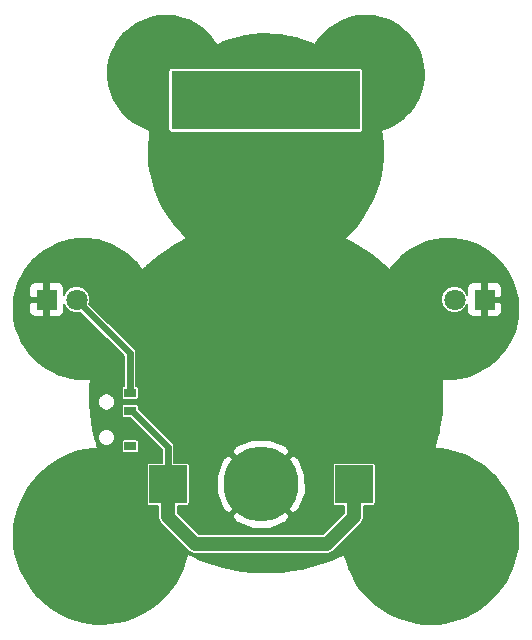
<source format=gbr>
G04 #@! TF.FileFunction,Copper,L2,Bot,Signal*
%FSLAX46Y46*%
G04 Gerber Fmt 4.6, Leading zero omitted, Abs format (unit mm)*
G04 Created by KiCad (PCBNEW 4.0.7) date 05/04/18 14:02:44*
%MOMM*%
%LPD*%
G01*
G04 APERTURE LIST*
%ADD10C,0.076200*%
%ADD11R,1.800000X1.800000*%
%ADD12C,1.800000*%
%ADD13R,16.000000X5.000000*%
%ADD14R,1.000000X0.700000*%
%ADD15R,3.175000X3.175000*%
%ADD16C,6.350000*%
%ADD17C,0.609600*%
%ADD18C,0.250000*%
%ADD19C,1.219200*%
%ADD20C,0.152400*%
G04 APERTURE END LIST*
D10*
D11*
X154432003Y-78740000D03*
D12*
X151892003Y-78740000D03*
D11*
X117348000Y-78740000D03*
D12*
X119888000Y-78740000D03*
D13*
X135890000Y-61849000D03*
D14*
X124428000Y-91150000D03*
X124428000Y-88150000D03*
X124428000Y-86650000D03*
D15*
X143383000Y-94361000D03*
X127635000Y-94361000D03*
D16*
X135509000Y-94361000D03*
D17*
X124428000Y-86650000D02*
X124428000Y-83280000D01*
X124428000Y-83280000D02*
X119888000Y-78740000D01*
D18*
X134105000Y-94361000D02*
X135509000Y-94361000D01*
D17*
X127635000Y-94361000D02*
X127635000Y-91207000D01*
X127635000Y-91207000D02*
X124578000Y-88150000D01*
X124578000Y-88150000D02*
X124428000Y-88150000D01*
D19*
X141109700Y-99441000D02*
X129908300Y-99441000D01*
X129908300Y-99441000D02*
X127635000Y-97167700D01*
X127635000Y-97167700D02*
X127635000Y-94361000D01*
X143383000Y-94361000D02*
X143383000Y-97167700D01*
X143383000Y-97167700D02*
X141109700Y-99441000D01*
D20*
G36*
X128010403Y-54732307D02*
X128480411Y-54809291D01*
X128939352Y-54930700D01*
X129383754Y-55094942D01*
X129810101Y-55300393D01*
X130214923Y-55545441D01*
X130594743Y-55828470D01*
X130946104Y-56147845D01*
X131265521Y-56501934D01*
X131550863Y-56890868D01*
X131605601Y-56973433D01*
X131605967Y-56973980D01*
X131659586Y-57053359D01*
X131660233Y-57054301D01*
X131697823Y-57108189D01*
X131700559Y-57111871D01*
X131716268Y-57131728D01*
X131739370Y-57151253D01*
X131768248Y-57160253D01*
X131794645Y-57158342D01*
X131795677Y-57158082D01*
X131805132Y-57155032D01*
X131836301Y-57142681D01*
X131837556Y-57142171D01*
X131904963Y-57114064D01*
X131905358Y-57113898D01*
X132000050Y-57073787D01*
X132000297Y-57073682D01*
X132112908Y-57025513D01*
X132318967Y-56940321D01*
X132907891Y-56730220D01*
X133523377Y-56556940D01*
X134158990Y-56421867D01*
X134807423Y-56326658D01*
X135461689Y-56272927D01*
X135885396Y-56262163D01*
X136541560Y-56283870D01*
X137202062Y-56350407D01*
X137859719Y-56460452D01*
X138506833Y-56612640D01*
X139135746Y-56805569D01*
X139740290Y-57038376D01*
X139842616Y-57081864D01*
X139843002Y-57082027D01*
X139933234Y-57119792D01*
X139933883Y-57120060D01*
X139996558Y-57145615D01*
X139999046Y-57146579D01*
X140024619Y-57155976D01*
X140054516Y-57160566D01*
X140083844Y-57153163D01*
X140100520Y-57142283D01*
X140104689Y-57138706D01*
X140115432Y-57127382D01*
X140142062Y-57092819D01*
X140144056Y-57090109D01*
X140188602Y-57026686D01*
X140189468Y-57025426D01*
X140244381Y-56943810D01*
X140446174Y-56662723D01*
X140676562Y-56383742D01*
X140924965Y-56118221D01*
X141180059Y-55878213D01*
X141431620Y-55674665D01*
X141483256Y-55637116D01*
X141901516Y-55366872D01*
X142335367Y-55143153D01*
X142783067Y-54965023D01*
X143241443Y-54832464D01*
X143707397Y-54745451D01*
X144177761Y-54703971D01*
X144649402Y-54708011D01*
X145119149Y-54757568D01*
X145583889Y-54852640D01*
X146040461Y-54993226D01*
X146485720Y-55179329D01*
X146916556Y-55410980D01*
X147330942Y-55688954D01*
X147359363Y-55710668D01*
X147483515Y-55814180D01*
X147627562Y-55944735D01*
X147781753Y-56092680D01*
X147935855Y-56247838D01*
X148079814Y-56400145D01*
X148203433Y-56539322D01*
X148297080Y-56655571D01*
X148367633Y-56752851D01*
X148633824Y-57170983D01*
X148854506Y-57605894D01*
X149030135Y-58055472D01*
X149160425Y-58516455D01*
X149245075Y-58985583D01*
X149283794Y-59459561D01*
X149276275Y-59935098D01*
X149222210Y-60408951D01*
X149121299Y-60877823D01*
X148973226Y-61338472D01*
X148777038Y-61789080D01*
X148726613Y-61888537D01*
X148543754Y-62213244D01*
X148343156Y-62513074D01*
X148109733Y-62811017D01*
X148096858Y-62826295D01*
X147812230Y-63129498D01*
X147490489Y-63414613D01*
X147139906Y-63676201D01*
X146770119Y-63907571D01*
X146390954Y-64102065D01*
X146009960Y-64254126D01*
X145943578Y-64277096D01*
X145942472Y-64277489D01*
X145848580Y-64311607D01*
X145846692Y-64312321D01*
X145778214Y-64339278D01*
X145772724Y-64341693D01*
X145741082Y-64357125D01*
X145717067Y-64375517D01*
X145707074Y-64390084D01*
X145705293Y-64393463D01*
X145696593Y-64425295D01*
X145694570Y-64466936D01*
X145694648Y-64475690D01*
X145699934Y-64555188D01*
X145700217Y-64558413D01*
X145711979Y-64666007D01*
X145712245Y-64668157D01*
X145729646Y-64794076D01*
X145757542Y-64998042D01*
X145801552Y-65453761D01*
X145825078Y-65929484D01*
X145827861Y-66408937D01*
X145809640Y-66875214D01*
X145770155Y-67312349D01*
X145748235Y-67482660D01*
X145626805Y-68187688D01*
X145458798Y-68874254D01*
X145244755Y-69541881D01*
X144985363Y-70189166D01*
X144681319Y-70814654D01*
X144333296Y-71416942D01*
X143941966Y-71994603D01*
X143508012Y-72546185D01*
X143031193Y-73071253D01*
X142634961Y-73477983D01*
X142618574Y-73503408D01*
X142613370Y-73533205D01*
X142620168Y-73562679D01*
X142637898Y-73587186D01*
X142653542Y-73598316D01*
X142960605Y-73762913D01*
X143560420Y-74101862D01*
X144235910Y-74527235D01*
X144883064Y-74982579D01*
X145495263Y-75463172D01*
X146066717Y-75965018D01*
X146337716Y-76217286D01*
X146363506Y-76233091D01*
X146393414Y-76237617D01*
X146422726Y-76230152D01*
X146451064Y-76206600D01*
X146602444Y-76000362D01*
X146727626Y-75836106D01*
X147078491Y-75432159D01*
X147463608Y-75062632D01*
X147880156Y-74729162D01*
X148324574Y-74434216D01*
X148793289Y-74180249D01*
X149282738Y-73969695D01*
X149790814Y-73804501D01*
X149985271Y-73752615D01*
X150178745Y-73705699D01*
X150353943Y-73670092D01*
X150522729Y-73644185D01*
X150697051Y-73626448D01*
X150888834Y-73615472D01*
X151109574Y-73609939D01*
X151370715Y-73608511D01*
X151439741Y-73608618D01*
X151675622Y-73610506D01*
X151873256Y-73615666D01*
X152043566Y-73625295D01*
X152197457Y-73640567D01*
X152346225Y-73662741D01*
X152501318Y-73693204D01*
X152673921Y-73733405D01*
X152873241Y-73784291D01*
X153356432Y-73932866D01*
X153853221Y-74135531D01*
X154327106Y-74382753D01*
X154778040Y-74674478D01*
X155205801Y-75010622D01*
X155610343Y-75391310D01*
X155905939Y-75717233D01*
X156235489Y-76146743D01*
X156521784Y-76601428D01*
X156764709Y-77080867D01*
X156963900Y-77584355D01*
X157119001Y-78111279D01*
X157229680Y-78661414D01*
X157245715Y-78786877D01*
X157262221Y-78993082D01*
X157272464Y-79227867D01*
X157276380Y-79477976D01*
X157273951Y-79729989D01*
X157265189Y-79970811D01*
X157250168Y-80186866D01*
X157229006Y-80365261D01*
X157192099Y-80578920D01*
X157064785Y-81117899D01*
X156891980Y-81635275D01*
X156673056Y-82133082D01*
X156407583Y-82612337D01*
X156094420Y-83074989D01*
X156061282Y-83118521D01*
X155930361Y-83276851D01*
X155772162Y-83452583D01*
X155596152Y-83636200D01*
X155412231Y-83817804D01*
X155230316Y-83987517D01*
X155060424Y-84135453D01*
X154912041Y-84252282D01*
X154803818Y-84329646D01*
X154334075Y-84629302D01*
X153850020Y-84881701D01*
X153352413Y-85086987D01*
X152843038Y-85244627D01*
X152323682Y-85354075D01*
X151796064Y-85414784D01*
X151260183Y-85426200D01*
X150859341Y-85416130D01*
X150829553Y-85421387D01*
X150804158Y-85437819D01*
X150787156Y-85462836D01*
X150781833Y-85501895D01*
X150796352Y-85616353D01*
X150817109Y-85815872D01*
X150835264Y-86080748D01*
X150847684Y-86377605D01*
X150854324Y-86696196D01*
X150855154Y-87026390D01*
X150850156Y-87357745D01*
X150839318Y-87680253D01*
X150822645Y-87983542D01*
X150800115Y-88258036D01*
X150794043Y-88317793D01*
X150745644Y-88725077D01*
X150684481Y-89145401D01*
X150612552Y-89568457D01*
X150531937Y-89983389D01*
X150444715Y-90379456D01*
X150353036Y-90745638D01*
X150258795Y-91071997D01*
X150258537Y-91072819D01*
X150258300Y-91073588D01*
X150233419Y-91155956D01*
X150232875Y-91157847D01*
X150216532Y-91217472D01*
X150214999Y-91224266D01*
X150210715Y-91248342D01*
X150211432Y-91278581D01*
X150223858Y-91306159D01*
X150246034Y-91326730D01*
X150271621Y-91336572D01*
X150278883Y-91337941D01*
X150283073Y-91338611D01*
X150330980Y-91344905D01*
X150331842Y-91345013D01*
X150416897Y-91355203D01*
X150417258Y-91355245D01*
X150530599Y-91368275D01*
X150530842Y-91368303D01*
X150662162Y-91382974D01*
X151256840Y-91472292D01*
X151841901Y-91608360D01*
X152407415Y-91788504D01*
X152951596Y-92010898D01*
X153472559Y-92273686D01*
X153968523Y-92575065D01*
X154437592Y-92913171D01*
X154877946Y-93286190D01*
X155287717Y-93692273D01*
X155665073Y-94129596D01*
X156008147Y-94596314D01*
X156315086Y-95090593D01*
X156584039Y-95610600D01*
X156813168Y-96154529D01*
X157000609Y-96720538D01*
X157144504Y-97306793D01*
X157243080Y-97911930D01*
X157254360Y-98032678D01*
X157264107Y-98206435D01*
X157270714Y-98409717D01*
X157274138Y-98630667D01*
X157274354Y-98857711D01*
X157271362Y-99079342D01*
X157265170Y-99283951D01*
X157255824Y-99459783D01*
X157243396Y-99595549D01*
X157223988Y-99740951D01*
X157111834Y-100354200D01*
X156953946Y-100947513D01*
X156750899Y-101520502D01*
X156503488Y-102071572D01*
X156212457Y-102599234D01*
X155878582Y-103101900D01*
X155502569Y-103578067D01*
X155084481Y-104026898D01*
X154929770Y-104176290D01*
X154516802Y-104538202D01*
X154089966Y-104858491D01*
X153638718Y-105144833D01*
X153152657Y-105404484D01*
X152817088Y-105560043D01*
X152248782Y-105782519D01*
X151676879Y-105955166D01*
X151098940Y-106078792D01*
X150513044Y-106153929D01*
X149933230Y-106180688D01*
X149332063Y-106159948D01*
X148733952Y-106090716D01*
X148142911Y-105973786D01*
X147563009Y-105809975D01*
X146998238Y-105600078D01*
X146452082Y-105344651D01*
X146150467Y-105179011D01*
X145640254Y-104854496D01*
X145160363Y-104491276D01*
X144712397Y-104091349D01*
X144298512Y-103657045D01*
X143920896Y-103190755D01*
X143581710Y-102694819D01*
X143283132Y-102171615D01*
X143026786Y-101622346D01*
X142993549Y-101540881D01*
X142911780Y-101326417D01*
X142832235Y-101099881D01*
X142759701Y-100875780D01*
X142699121Y-100669214D01*
X142655091Y-100494180D01*
X142653758Y-100488155D01*
X142653485Y-100486969D01*
X142637473Y-100419693D01*
X142632934Y-100406293D01*
X142614750Y-100365529D01*
X142597190Y-100340901D01*
X142580323Y-100328970D01*
X142551253Y-100313849D01*
X142522182Y-100305495D01*
X142501265Y-100306707D01*
X142452607Y-100316358D01*
X142436981Y-100321251D01*
X142360024Y-100354800D01*
X142356590Y-100356400D01*
X142242699Y-100412944D01*
X142230173Y-100419146D01*
X142137594Y-100462920D01*
X142015236Y-100518404D01*
X141877343Y-100579212D01*
X141738938Y-100638611D01*
X141472232Y-100748358D01*
X140653914Y-101049531D01*
X139827165Y-101301295D01*
X138992861Y-101503912D01*
X138152707Y-101657340D01*
X137308275Y-101761575D01*
X136461212Y-101816582D01*
X135613185Y-101822345D01*
X134765774Y-101778833D01*
X133920636Y-101686018D01*
X133079413Y-101543872D01*
X132243711Y-101352363D01*
X131415184Y-101111456D01*
X130594628Y-100820822D01*
X130444998Y-100761926D01*
X130198726Y-100660947D01*
X129958910Y-100558012D01*
X129739696Y-100459247D01*
X129554660Y-100370545D01*
X129359295Y-100272864D01*
X129330094Y-100264976D01*
X129300125Y-100269070D01*
X129274109Y-100284502D01*
X129251414Y-100322061D01*
X129223823Y-100429466D01*
X129172701Y-100621155D01*
X128994926Y-101194067D01*
X128788795Y-101728139D01*
X128551557Y-102228899D01*
X128280593Y-102701222D01*
X127973201Y-103150000D01*
X127626637Y-103580039D01*
X127237489Y-103996776D01*
X127129788Y-104102738D01*
X126749553Y-104447612D01*
X126358916Y-104755253D01*
X125943986Y-105036193D01*
X125491891Y-105299989D01*
X124997231Y-105543707D01*
X124453387Y-105759020D01*
X123890973Y-105930997D01*
X123314974Y-106058719D01*
X122730504Y-106141255D01*
X122142609Y-106177712D01*
X121556393Y-106167207D01*
X120976655Y-106108862D01*
X120419009Y-106008029D01*
X119827639Y-105853485D01*
X119256235Y-105653418D01*
X118706263Y-105408616D01*
X118179322Y-105119893D01*
X117677017Y-104788048D01*
X117200966Y-104413879D01*
X116752065Y-103997498D01*
X116558950Y-103797207D01*
X116219887Y-103409194D01*
X115919581Y-103011537D01*
X115649466Y-102592625D01*
X115401422Y-102141160D01*
X115186661Y-101687033D01*
X114987490Y-101181524D01*
X114830144Y-100671599D01*
X114711110Y-100145788D01*
X114626975Y-99592213D01*
X114617780Y-99503128D01*
X114603795Y-99306549D01*
X114594155Y-99082587D01*
X114589000Y-98844346D01*
X114588444Y-98604852D01*
X114592576Y-98377514D01*
X114601454Y-98175505D01*
X114615034Y-98012619D01*
X114702176Y-97426219D01*
X114834952Y-96835574D01*
X115011103Y-96268186D01*
X115231935Y-95720655D01*
X115498791Y-95189647D01*
X115813073Y-94671879D01*
X116176633Y-94163529D01*
X116211684Y-94119314D01*
X116326635Y-93984577D01*
X116468641Y-93828735D01*
X116629322Y-93660235D01*
X116799834Y-93487963D01*
X116971612Y-93320487D01*
X117135898Y-93166537D01*
X117283875Y-93034867D01*
X117407277Y-92933668D01*
X117441872Y-92907224D01*
X117953030Y-92546537D01*
X118472962Y-92235499D01*
X119005375Y-91972226D01*
X119553115Y-91755515D01*
X120118978Y-91584241D01*
X120705875Y-91457298D01*
X121318119Y-91373471D01*
X121413401Y-91363522D01*
X121414222Y-91363432D01*
X121510520Y-91352320D01*
X121511929Y-91352144D01*
X121578824Y-91343159D01*
X121584049Y-91342271D01*
X121610948Y-91336732D01*
X121638774Y-91324873D01*
X121659793Y-91303122D01*
X121671772Y-91261036D01*
X121671686Y-91254864D01*
X121670087Y-91240363D01*
X121660689Y-91195319D01*
X121660026Y-91192425D01*
X121639769Y-91111286D01*
X121639474Y-91110144D01*
X121610602Y-91001667D01*
X121610391Y-91000889D01*
X121575237Y-90874218D01*
X121487564Y-90544292D01*
X121699274Y-90544292D01*
X121809963Y-90812179D01*
X122014742Y-91017317D01*
X122282437Y-91128473D01*
X122572292Y-91128726D01*
X122840179Y-91018037D01*
X123045317Y-90813258D01*
X123050822Y-90800000D01*
X123694922Y-90800000D01*
X123694922Y-91500000D01*
X123710862Y-91584714D01*
X123760928Y-91662518D01*
X123837320Y-91714715D01*
X123928000Y-91733078D01*
X124928000Y-91733078D01*
X125012714Y-91717138D01*
X125090518Y-91667072D01*
X125142715Y-91590680D01*
X125161078Y-91500000D01*
X125161078Y-90800000D01*
X125145138Y-90715286D01*
X125095072Y-90637482D01*
X125018680Y-90585285D01*
X124928000Y-90566922D01*
X123928000Y-90566922D01*
X123843286Y-90582862D01*
X123765482Y-90632928D01*
X123713285Y-90709320D01*
X123694922Y-90800000D01*
X123050822Y-90800000D01*
X123156473Y-90545563D01*
X123156726Y-90255708D01*
X123046037Y-89987821D01*
X122841258Y-89782683D01*
X122573563Y-89671527D01*
X122283708Y-89671274D01*
X122015821Y-89781963D01*
X121810683Y-89986742D01*
X121699527Y-90254437D01*
X121699274Y-90544292D01*
X121487564Y-90544292D01*
X121469519Y-90476390D01*
X121315451Y-89786005D01*
X121192860Y-89080120D01*
X121102854Y-88368395D01*
X121046626Y-87661059D01*
X121043038Y-87544292D01*
X121699274Y-87544292D01*
X121809963Y-87812179D01*
X122014742Y-88017317D01*
X122282437Y-88128473D01*
X122572292Y-88128726D01*
X122840179Y-88018037D01*
X123045317Y-87813258D01*
X123050822Y-87800000D01*
X123694922Y-87800000D01*
X123694922Y-88500000D01*
X123710862Y-88584714D01*
X123760928Y-88662518D01*
X123837320Y-88714715D01*
X123928000Y-88733078D01*
X124406736Y-88733078D01*
X127101600Y-91427942D01*
X127101600Y-92540422D01*
X126047500Y-92540422D01*
X125962786Y-92556362D01*
X125884982Y-92606428D01*
X125832785Y-92682820D01*
X125814422Y-92773500D01*
X125814422Y-95948500D01*
X125830362Y-96033214D01*
X125880428Y-96111018D01*
X125956820Y-96163215D01*
X126047500Y-96181578D01*
X126796800Y-96181578D01*
X126796800Y-97167700D01*
X126860604Y-97488466D01*
X127042303Y-97760397D01*
X129315603Y-100033697D01*
X129587535Y-100215396D01*
X129908300Y-100279200D01*
X141109700Y-100279200D01*
X141430466Y-100215396D01*
X141702397Y-100033697D01*
X143975697Y-97760397D01*
X144157396Y-97488465D01*
X144221200Y-97167700D01*
X144221200Y-96181578D01*
X144970500Y-96181578D01*
X145055214Y-96165638D01*
X145133018Y-96115572D01*
X145185215Y-96039180D01*
X145203578Y-95948500D01*
X145203578Y-92773500D01*
X145187638Y-92688786D01*
X145137572Y-92610982D01*
X145061180Y-92558785D01*
X144970500Y-92540422D01*
X141795500Y-92540422D01*
X141710786Y-92556362D01*
X141632982Y-92606428D01*
X141580785Y-92682820D01*
X141562422Y-92773500D01*
X141562422Y-95948500D01*
X141578362Y-96033214D01*
X141628428Y-96111018D01*
X141704820Y-96163215D01*
X141795500Y-96181578D01*
X142544800Y-96181578D01*
X142544800Y-96820506D01*
X140762506Y-98602800D01*
X130255494Y-98602800D01*
X128743343Y-97090649D01*
X133030798Y-97090649D01*
X133402378Y-97563009D01*
X134788090Y-98125440D01*
X136283556Y-98114769D01*
X137615622Y-97563009D01*
X137987202Y-97090649D01*
X135509000Y-94612447D01*
X133030798Y-97090649D01*
X128743343Y-97090649D01*
X128473200Y-96820506D01*
X128473200Y-96181578D01*
X129222500Y-96181578D01*
X129307214Y-96165638D01*
X129385018Y-96115572D01*
X129437215Y-96039180D01*
X129455578Y-95948500D01*
X129455578Y-93640090D01*
X131744560Y-93640090D01*
X131755231Y-95135556D01*
X132306991Y-96467622D01*
X132779351Y-96839202D01*
X135257553Y-94361000D01*
X135760447Y-94361000D01*
X138238649Y-96839202D01*
X138711009Y-96467622D01*
X139273440Y-95081910D01*
X139262769Y-93586444D01*
X138711009Y-92254378D01*
X138238649Y-91882798D01*
X135760447Y-94361000D01*
X135257553Y-94361000D01*
X132779351Y-91882798D01*
X132306991Y-92254378D01*
X131744560Y-93640090D01*
X129455578Y-93640090D01*
X129455578Y-92773500D01*
X129439638Y-92688786D01*
X129389572Y-92610982D01*
X129313180Y-92558785D01*
X129222500Y-92540422D01*
X128168400Y-92540422D01*
X128168400Y-91631351D01*
X133030798Y-91631351D01*
X135509000Y-94109553D01*
X137987202Y-91631351D01*
X137615622Y-91158991D01*
X136229910Y-90596560D01*
X134734444Y-90607231D01*
X133402378Y-91158991D01*
X133030798Y-91631351D01*
X128168400Y-91631351D01*
X128168400Y-91207000D01*
X128127797Y-91002877D01*
X128012171Y-90829829D01*
X125161078Y-87978736D01*
X125161078Y-87800000D01*
X125145138Y-87715286D01*
X125095072Y-87637482D01*
X125018680Y-87585285D01*
X124928000Y-87566922D01*
X123928000Y-87566922D01*
X123843286Y-87582862D01*
X123765482Y-87632928D01*
X123713285Y-87709320D01*
X123694922Y-87800000D01*
X123050822Y-87800000D01*
X123156473Y-87545563D01*
X123156726Y-87255708D01*
X123046037Y-86987821D01*
X122841258Y-86782683D01*
X122573563Y-86671527D01*
X122283708Y-86671274D01*
X122015821Y-86781963D01*
X121810683Y-86986742D01*
X121699527Y-87254437D01*
X121699274Y-87544292D01*
X121043038Y-87544292D01*
X121025333Y-86968218D01*
X121040129Y-86298980D01*
X121044980Y-86205648D01*
X121054428Y-86034856D01*
X121063663Y-85880491D01*
X121072144Y-85750900D01*
X121079285Y-85655290D01*
X121084441Y-85602815D01*
X121098585Y-85500613D01*
X121096702Y-85470424D01*
X121083222Y-85443345D01*
X121060269Y-85423645D01*
X121020909Y-85413999D01*
X120615473Y-85425683D01*
X120522701Y-85427623D01*
X119981705Y-85409985D01*
X119450656Y-85343873D01*
X118930864Y-85230395D01*
X118425173Y-85070721D01*
X117936424Y-84866017D01*
X117467414Y-84617426D01*
X117020992Y-84326114D01*
X116599959Y-83993208D01*
X116206851Y-83619575D01*
X115917775Y-83297559D01*
X115586798Y-82864174D01*
X115300746Y-82408299D01*
X115059228Y-81929408D01*
X114862119Y-81427243D01*
X114709326Y-80901489D01*
X114600620Y-80350835D01*
X114593349Y-80299397D01*
X114572974Y-80095693D01*
X114559589Y-79860096D01*
X114553255Y-79605973D01*
X114554034Y-79347367D01*
X114561930Y-79098370D01*
X114564224Y-79063850D01*
X115863800Y-79063850D01*
X115863800Y-79756204D01*
X115952739Y-79970922D01*
X116117077Y-80135261D01*
X116331795Y-80224200D01*
X117024150Y-80224200D01*
X117170200Y-80078150D01*
X117170200Y-78917800D01*
X116009850Y-78917800D01*
X115863800Y-79063850D01*
X114564224Y-79063850D01*
X114576897Y-78873185D01*
X114598764Y-78686019D01*
X114689210Y-78210878D01*
X114822837Y-77723796D01*
X115863800Y-77723796D01*
X115863800Y-78416150D01*
X116009850Y-78562200D01*
X117170200Y-78562200D01*
X117170200Y-77401850D01*
X117525800Y-77401850D01*
X117525800Y-78562200D01*
X117545800Y-78562200D01*
X117545800Y-78917800D01*
X117525800Y-78917800D01*
X117525800Y-80078150D01*
X117671850Y-80224200D01*
X118364205Y-80224200D01*
X118578923Y-80135261D01*
X118743261Y-79970922D01*
X118832200Y-79756204D01*
X118832200Y-79140172D01*
X118930661Y-79378466D01*
X119247865Y-79696223D01*
X119662523Y-79868404D01*
X120111508Y-79868796D01*
X120218320Y-79824662D01*
X123894600Y-83500941D01*
X123894600Y-86073207D01*
X123843286Y-86082862D01*
X123765482Y-86132928D01*
X123713285Y-86209320D01*
X123694922Y-86300000D01*
X123694922Y-87000000D01*
X123710862Y-87084714D01*
X123760928Y-87162518D01*
X123837320Y-87214715D01*
X123928000Y-87233078D01*
X124928000Y-87233078D01*
X125012714Y-87217138D01*
X125090518Y-87167072D01*
X125142715Y-87090680D01*
X125161078Y-87000000D01*
X125161078Y-86300000D01*
X125145138Y-86215286D01*
X125095072Y-86137482D01*
X125018680Y-86085285D01*
X124961400Y-86073686D01*
X124961400Y-83280005D01*
X124961401Y-83280000D01*
X124920797Y-83075877D01*
X124901706Y-83047305D01*
X124805171Y-82902829D01*
X124805168Y-82902827D01*
X120972808Y-79070467D01*
X121016404Y-78965477D01*
X121016405Y-78963508D01*
X150763207Y-78963508D01*
X150934664Y-79378466D01*
X151251868Y-79696223D01*
X151666526Y-79868404D01*
X152115511Y-79868796D01*
X152530469Y-79697339D01*
X152848226Y-79380135D01*
X152947803Y-79140327D01*
X152947803Y-79756204D01*
X153036742Y-79970922D01*
X153201080Y-80135261D01*
X153415798Y-80224200D01*
X154108153Y-80224200D01*
X154254203Y-80078150D01*
X154254203Y-78917800D01*
X154609803Y-78917800D01*
X154609803Y-80078150D01*
X154755853Y-80224200D01*
X155448208Y-80224200D01*
X155662926Y-80135261D01*
X155827264Y-79970922D01*
X155916203Y-79756204D01*
X155916203Y-79063850D01*
X155770153Y-78917800D01*
X154609803Y-78917800D01*
X154254203Y-78917800D01*
X154234203Y-78917800D01*
X154234203Y-78562200D01*
X154254203Y-78562200D01*
X154254203Y-77401850D01*
X154609803Y-77401850D01*
X154609803Y-78562200D01*
X155770153Y-78562200D01*
X155916203Y-78416150D01*
X155916203Y-77723796D01*
X155827264Y-77509078D01*
X155662926Y-77344739D01*
X155448208Y-77255800D01*
X154755853Y-77255800D01*
X154609803Y-77401850D01*
X154254203Y-77401850D01*
X154108153Y-77255800D01*
X153415798Y-77255800D01*
X153201080Y-77344739D01*
X153036742Y-77509078D01*
X152947803Y-77723796D01*
X152947803Y-78339828D01*
X152849342Y-78101534D01*
X152532138Y-77783777D01*
X152117480Y-77611596D01*
X151668495Y-77611204D01*
X151253537Y-77782661D01*
X150935780Y-78099865D01*
X150763599Y-78514523D01*
X150763207Y-78963508D01*
X121016405Y-78963508D01*
X121016796Y-78516492D01*
X120845339Y-78101534D01*
X120528135Y-77783777D01*
X120113477Y-77611596D01*
X119664492Y-77611204D01*
X119249534Y-77782661D01*
X118931777Y-78099865D01*
X118832200Y-78339673D01*
X118832200Y-77723796D01*
X118743261Y-77509078D01*
X118578923Y-77344739D01*
X118364205Y-77255800D01*
X117671850Y-77255800D01*
X117525800Y-77401850D01*
X117170200Y-77401850D01*
X117024150Y-77255800D01*
X116331795Y-77255800D01*
X116117077Y-77344739D01*
X115952739Y-77509078D01*
X115863800Y-77723796D01*
X114822837Y-77723796D01*
X114834918Y-77679760D01*
X115023822Y-77174300D01*
X115256250Y-76693560D01*
X115532499Y-76236884D01*
X115852939Y-75803609D01*
X116218418Y-75392609D01*
X116446949Y-75168622D01*
X116863526Y-74813872D01*
X117303501Y-74503573D01*
X117766882Y-74237511D01*
X118253184Y-74015923D01*
X118761961Y-73839091D01*
X119293658Y-73707114D01*
X119555264Y-73659603D01*
X119811844Y-73625426D01*
X120069872Y-73605212D01*
X120346088Y-73597709D01*
X120657154Y-73601761D01*
X120809477Y-73606998D01*
X121050662Y-73620719D01*
X121265483Y-73641774D01*
X121470791Y-73672300D01*
X121683593Y-73714607D01*
X121919424Y-73770783D01*
X122351151Y-73898347D01*
X122845486Y-74091437D01*
X123321279Y-74328461D01*
X123774893Y-74606883D01*
X124202364Y-74924004D01*
X124599806Y-75277149D01*
X124963338Y-75663619D01*
X125290204Y-76082140D01*
X125390782Y-76224167D01*
X125412814Y-76244891D01*
X125441174Y-76255411D01*
X125471392Y-76254068D01*
X125504533Y-76236231D01*
X125794526Y-75969691D01*
X126263215Y-75555502D01*
X126897824Y-75043930D01*
X127549277Y-74572576D01*
X128212781Y-74144825D01*
X128884322Y-73763635D01*
X129182372Y-73605878D01*
X129205766Y-73586703D01*
X129219856Y-73559938D01*
X129222423Y-73529799D01*
X129213062Y-73501036D01*
X129201336Y-73485388D01*
X128825054Y-73098705D01*
X128688722Y-72955976D01*
X128217332Y-72417280D01*
X127790601Y-71854704D01*
X127408006Y-71267815D01*
X127069717Y-70656969D01*
X126775850Y-70022396D01*
X126526593Y-69364440D01*
X126322101Y-68683333D01*
X126162437Y-67978781D01*
X126116607Y-67715350D01*
X126049368Y-67185792D01*
X126010323Y-66639574D01*
X125999541Y-66088099D01*
X126017107Y-65543333D01*
X126063061Y-65017257D01*
X126137591Y-64520417D01*
X126137749Y-64519562D01*
X126138926Y-64509357D01*
X126141940Y-64445796D01*
X126137348Y-64415899D01*
X126123590Y-64392490D01*
X126100951Y-64366176D01*
X126066456Y-64343313D01*
X125847535Y-64273107D01*
X125525859Y-64143025D01*
X125196053Y-63981063D01*
X124869738Y-63793459D01*
X124558826Y-63586718D01*
X124274200Y-63366705D01*
X124190633Y-63294835D01*
X123848216Y-62960420D01*
X123543666Y-62596168D01*
X123277126Y-62204663D01*
X123049851Y-61789590D01*
X122863115Y-61354664D01*
X122718171Y-60903603D01*
X122616261Y-60440116D01*
X122558621Y-59967945D01*
X122546477Y-59490798D01*
X122556719Y-59349000D01*
X127656922Y-59349000D01*
X127656922Y-64349000D01*
X127672862Y-64433714D01*
X127722928Y-64511518D01*
X127799320Y-64563715D01*
X127890000Y-64582078D01*
X143890000Y-64582078D01*
X143974714Y-64566138D01*
X144052518Y-64516072D01*
X144104715Y-64439680D01*
X144123078Y-64349000D01*
X144123078Y-59349000D01*
X144107138Y-59264286D01*
X144057072Y-59186482D01*
X143980680Y-59134285D01*
X143890000Y-59115922D01*
X127890000Y-59115922D01*
X127805286Y-59131862D01*
X127727482Y-59181928D01*
X127675285Y-59258320D01*
X127656922Y-59349000D01*
X122556719Y-59349000D01*
X122581034Y-59012375D01*
X122663632Y-58535682D01*
X122745111Y-58222750D01*
X122905908Y-57763893D01*
X123108508Y-57328601D01*
X123350613Y-56918517D01*
X123629740Y-56535869D01*
X123943353Y-56182938D01*
X124288965Y-55861961D01*
X124664057Y-55575211D01*
X125066088Y-55324964D01*
X125492580Y-55113454D01*
X125941016Y-54942944D01*
X126408886Y-54815692D01*
X126895009Y-54733731D01*
X127049765Y-54718020D01*
X127532820Y-54701341D01*
X128010403Y-54732307D01*
X128010403Y-54732307D01*
G37*
X128010403Y-54732307D02*
X128480411Y-54809291D01*
X128939352Y-54930700D01*
X129383754Y-55094942D01*
X129810101Y-55300393D01*
X130214923Y-55545441D01*
X130594743Y-55828470D01*
X130946104Y-56147845D01*
X131265521Y-56501934D01*
X131550863Y-56890868D01*
X131605601Y-56973433D01*
X131605967Y-56973980D01*
X131659586Y-57053359D01*
X131660233Y-57054301D01*
X131697823Y-57108189D01*
X131700559Y-57111871D01*
X131716268Y-57131728D01*
X131739370Y-57151253D01*
X131768248Y-57160253D01*
X131794645Y-57158342D01*
X131795677Y-57158082D01*
X131805132Y-57155032D01*
X131836301Y-57142681D01*
X131837556Y-57142171D01*
X131904963Y-57114064D01*
X131905358Y-57113898D01*
X132000050Y-57073787D01*
X132000297Y-57073682D01*
X132112908Y-57025513D01*
X132318967Y-56940321D01*
X132907891Y-56730220D01*
X133523377Y-56556940D01*
X134158990Y-56421867D01*
X134807423Y-56326658D01*
X135461689Y-56272927D01*
X135885396Y-56262163D01*
X136541560Y-56283870D01*
X137202062Y-56350407D01*
X137859719Y-56460452D01*
X138506833Y-56612640D01*
X139135746Y-56805569D01*
X139740290Y-57038376D01*
X139842616Y-57081864D01*
X139843002Y-57082027D01*
X139933234Y-57119792D01*
X139933883Y-57120060D01*
X139996558Y-57145615D01*
X139999046Y-57146579D01*
X140024619Y-57155976D01*
X140054516Y-57160566D01*
X140083844Y-57153163D01*
X140100520Y-57142283D01*
X140104689Y-57138706D01*
X140115432Y-57127382D01*
X140142062Y-57092819D01*
X140144056Y-57090109D01*
X140188602Y-57026686D01*
X140189468Y-57025426D01*
X140244381Y-56943810D01*
X140446174Y-56662723D01*
X140676562Y-56383742D01*
X140924965Y-56118221D01*
X141180059Y-55878213D01*
X141431620Y-55674665D01*
X141483256Y-55637116D01*
X141901516Y-55366872D01*
X142335367Y-55143153D01*
X142783067Y-54965023D01*
X143241443Y-54832464D01*
X143707397Y-54745451D01*
X144177761Y-54703971D01*
X144649402Y-54708011D01*
X145119149Y-54757568D01*
X145583889Y-54852640D01*
X146040461Y-54993226D01*
X146485720Y-55179329D01*
X146916556Y-55410980D01*
X147330942Y-55688954D01*
X147359363Y-55710668D01*
X147483515Y-55814180D01*
X147627562Y-55944735D01*
X147781753Y-56092680D01*
X147935855Y-56247838D01*
X148079814Y-56400145D01*
X148203433Y-56539322D01*
X148297080Y-56655571D01*
X148367633Y-56752851D01*
X148633824Y-57170983D01*
X148854506Y-57605894D01*
X149030135Y-58055472D01*
X149160425Y-58516455D01*
X149245075Y-58985583D01*
X149283794Y-59459561D01*
X149276275Y-59935098D01*
X149222210Y-60408951D01*
X149121299Y-60877823D01*
X148973226Y-61338472D01*
X148777038Y-61789080D01*
X148726613Y-61888537D01*
X148543754Y-62213244D01*
X148343156Y-62513074D01*
X148109733Y-62811017D01*
X148096858Y-62826295D01*
X147812230Y-63129498D01*
X147490489Y-63414613D01*
X147139906Y-63676201D01*
X146770119Y-63907571D01*
X146390954Y-64102065D01*
X146009960Y-64254126D01*
X145943578Y-64277096D01*
X145942472Y-64277489D01*
X145848580Y-64311607D01*
X145846692Y-64312321D01*
X145778214Y-64339278D01*
X145772724Y-64341693D01*
X145741082Y-64357125D01*
X145717067Y-64375517D01*
X145707074Y-64390084D01*
X145705293Y-64393463D01*
X145696593Y-64425295D01*
X145694570Y-64466936D01*
X145694648Y-64475690D01*
X145699934Y-64555188D01*
X145700217Y-64558413D01*
X145711979Y-64666007D01*
X145712245Y-64668157D01*
X145729646Y-64794076D01*
X145757542Y-64998042D01*
X145801552Y-65453761D01*
X145825078Y-65929484D01*
X145827861Y-66408937D01*
X145809640Y-66875214D01*
X145770155Y-67312349D01*
X145748235Y-67482660D01*
X145626805Y-68187688D01*
X145458798Y-68874254D01*
X145244755Y-69541881D01*
X144985363Y-70189166D01*
X144681319Y-70814654D01*
X144333296Y-71416942D01*
X143941966Y-71994603D01*
X143508012Y-72546185D01*
X143031193Y-73071253D01*
X142634961Y-73477983D01*
X142618574Y-73503408D01*
X142613370Y-73533205D01*
X142620168Y-73562679D01*
X142637898Y-73587186D01*
X142653542Y-73598316D01*
X142960605Y-73762913D01*
X143560420Y-74101862D01*
X144235910Y-74527235D01*
X144883064Y-74982579D01*
X145495263Y-75463172D01*
X146066717Y-75965018D01*
X146337716Y-76217286D01*
X146363506Y-76233091D01*
X146393414Y-76237617D01*
X146422726Y-76230152D01*
X146451064Y-76206600D01*
X146602444Y-76000362D01*
X146727626Y-75836106D01*
X147078491Y-75432159D01*
X147463608Y-75062632D01*
X147880156Y-74729162D01*
X148324574Y-74434216D01*
X148793289Y-74180249D01*
X149282738Y-73969695D01*
X149790814Y-73804501D01*
X149985271Y-73752615D01*
X150178745Y-73705699D01*
X150353943Y-73670092D01*
X150522729Y-73644185D01*
X150697051Y-73626448D01*
X150888834Y-73615472D01*
X151109574Y-73609939D01*
X151370715Y-73608511D01*
X151439741Y-73608618D01*
X151675622Y-73610506D01*
X151873256Y-73615666D01*
X152043566Y-73625295D01*
X152197457Y-73640567D01*
X152346225Y-73662741D01*
X152501318Y-73693204D01*
X152673921Y-73733405D01*
X152873241Y-73784291D01*
X153356432Y-73932866D01*
X153853221Y-74135531D01*
X154327106Y-74382753D01*
X154778040Y-74674478D01*
X155205801Y-75010622D01*
X155610343Y-75391310D01*
X155905939Y-75717233D01*
X156235489Y-76146743D01*
X156521784Y-76601428D01*
X156764709Y-77080867D01*
X156963900Y-77584355D01*
X157119001Y-78111279D01*
X157229680Y-78661414D01*
X157245715Y-78786877D01*
X157262221Y-78993082D01*
X157272464Y-79227867D01*
X157276380Y-79477976D01*
X157273951Y-79729989D01*
X157265189Y-79970811D01*
X157250168Y-80186866D01*
X157229006Y-80365261D01*
X157192099Y-80578920D01*
X157064785Y-81117899D01*
X156891980Y-81635275D01*
X156673056Y-82133082D01*
X156407583Y-82612337D01*
X156094420Y-83074989D01*
X156061282Y-83118521D01*
X155930361Y-83276851D01*
X155772162Y-83452583D01*
X155596152Y-83636200D01*
X155412231Y-83817804D01*
X155230316Y-83987517D01*
X155060424Y-84135453D01*
X154912041Y-84252282D01*
X154803818Y-84329646D01*
X154334075Y-84629302D01*
X153850020Y-84881701D01*
X153352413Y-85086987D01*
X152843038Y-85244627D01*
X152323682Y-85354075D01*
X151796064Y-85414784D01*
X151260183Y-85426200D01*
X150859341Y-85416130D01*
X150829553Y-85421387D01*
X150804158Y-85437819D01*
X150787156Y-85462836D01*
X150781833Y-85501895D01*
X150796352Y-85616353D01*
X150817109Y-85815872D01*
X150835264Y-86080748D01*
X150847684Y-86377605D01*
X150854324Y-86696196D01*
X150855154Y-87026390D01*
X150850156Y-87357745D01*
X150839318Y-87680253D01*
X150822645Y-87983542D01*
X150800115Y-88258036D01*
X150794043Y-88317793D01*
X150745644Y-88725077D01*
X150684481Y-89145401D01*
X150612552Y-89568457D01*
X150531937Y-89983389D01*
X150444715Y-90379456D01*
X150353036Y-90745638D01*
X150258795Y-91071997D01*
X150258537Y-91072819D01*
X150258300Y-91073588D01*
X150233419Y-91155956D01*
X150232875Y-91157847D01*
X150216532Y-91217472D01*
X150214999Y-91224266D01*
X150210715Y-91248342D01*
X150211432Y-91278581D01*
X150223858Y-91306159D01*
X150246034Y-91326730D01*
X150271621Y-91336572D01*
X150278883Y-91337941D01*
X150283073Y-91338611D01*
X150330980Y-91344905D01*
X150331842Y-91345013D01*
X150416897Y-91355203D01*
X150417258Y-91355245D01*
X150530599Y-91368275D01*
X150530842Y-91368303D01*
X150662162Y-91382974D01*
X151256840Y-91472292D01*
X151841901Y-91608360D01*
X152407415Y-91788504D01*
X152951596Y-92010898D01*
X153472559Y-92273686D01*
X153968523Y-92575065D01*
X154437592Y-92913171D01*
X154877946Y-93286190D01*
X155287717Y-93692273D01*
X155665073Y-94129596D01*
X156008147Y-94596314D01*
X156315086Y-95090593D01*
X156584039Y-95610600D01*
X156813168Y-96154529D01*
X157000609Y-96720538D01*
X157144504Y-97306793D01*
X157243080Y-97911930D01*
X157254360Y-98032678D01*
X157264107Y-98206435D01*
X157270714Y-98409717D01*
X157274138Y-98630667D01*
X157274354Y-98857711D01*
X157271362Y-99079342D01*
X157265170Y-99283951D01*
X157255824Y-99459783D01*
X157243396Y-99595549D01*
X157223988Y-99740951D01*
X157111834Y-100354200D01*
X156953946Y-100947513D01*
X156750899Y-101520502D01*
X156503488Y-102071572D01*
X156212457Y-102599234D01*
X155878582Y-103101900D01*
X155502569Y-103578067D01*
X155084481Y-104026898D01*
X154929770Y-104176290D01*
X154516802Y-104538202D01*
X154089966Y-104858491D01*
X153638718Y-105144833D01*
X153152657Y-105404484D01*
X152817088Y-105560043D01*
X152248782Y-105782519D01*
X151676879Y-105955166D01*
X151098940Y-106078792D01*
X150513044Y-106153929D01*
X149933230Y-106180688D01*
X149332063Y-106159948D01*
X148733952Y-106090716D01*
X148142911Y-105973786D01*
X147563009Y-105809975D01*
X146998238Y-105600078D01*
X146452082Y-105344651D01*
X146150467Y-105179011D01*
X145640254Y-104854496D01*
X145160363Y-104491276D01*
X144712397Y-104091349D01*
X144298512Y-103657045D01*
X143920896Y-103190755D01*
X143581710Y-102694819D01*
X143283132Y-102171615D01*
X143026786Y-101622346D01*
X142993549Y-101540881D01*
X142911780Y-101326417D01*
X142832235Y-101099881D01*
X142759701Y-100875780D01*
X142699121Y-100669214D01*
X142655091Y-100494180D01*
X142653758Y-100488155D01*
X142653485Y-100486969D01*
X142637473Y-100419693D01*
X142632934Y-100406293D01*
X142614750Y-100365529D01*
X142597190Y-100340901D01*
X142580323Y-100328970D01*
X142551253Y-100313849D01*
X142522182Y-100305495D01*
X142501265Y-100306707D01*
X142452607Y-100316358D01*
X142436981Y-100321251D01*
X142360024Y-100354800D01*
X142356590Y-100356400D01*
X142242699Y-100412944D01*
X142230173Y-100419146D01*
X142137594Y-100462920D01*
X142015236Y-100518404D01*
X141877343Y-100579212D01*
X141738938Y-100638611D01*
X141472232Y-100748358D01*
X140653914Y-101049531D01*
X139827165Y-101301295D01*
X138992861Y-101503912D01*
X138152707Y-101657340D01*
X137308275Y-101761575D01*
X136461212Y-101816582D01*
X135613185Y-101822345D01*
X134765774Y-101778833D01*
X133920636Y-101686018D01*
X133079413Y-101543872D01*
X132243711Y-101352363D01*
X131415184Y-101111456D01*
X130594628Y-100820822D01*
X130444998Y-100761926D01*
X130198726Y-100660947D01*
X129958910Y-100558012D01*
X129739696Y-100459247D01*
X129554660Y-100370545D01*
X129359295Y-100272864D01*
X129330094Y-100264976D01*
X129300125Y-100269070D01*
X129274109Y-100284502D01*
X129251414Y-100322061D01*
X129223823Y-100429466D01*
X129172701Y-100621155D01*
X128994926Y-101194067D01*
X128788795Y-101728139D01*
X128551557Y-102228899D01*
X128280593Y-102701222D01*
X127973201Y-103150000D01*
X127626637Y-103580039D01*
X127237489Y-103996776D01*
X127129788Y-104102738D01*
X126749553Y-104447612D01*
X126358916Y-104755253D01*
X125943986Y-105036193D01*
X125491891Y-105299989D01*
X124997231Y-105543707D01*
X124453387Y-105759020D01*
X123890973Y-105930997D01*
X123314974Y-106058719D01*
X122730504Y-106141255D01*
X122142609Y-106177712D01*
X121556393Y-106167207D01*
X120976655Y-106108862D01*
X120419009Y-106008029D01*
X119827639Y-105853485D01*
X119256235Y-105653418D01*
X118706263Y-105408616D01*
X118179322Y-105119893D01*
X117677017Y-104788048D01*
X117200966Y-104413879D01*
X116752065Y-103997498D01*
X116558950Y-103797207D01*
X116219887Y-103409194D01*
X115919581Y-103011537D01*
X115649466Y-102592625D01*
X115401422Y-102141160D01*
X115186661Y-101687033D01*
X114987490Y-101181524D01*
X114830144Y-100671599D01*
X114711110Y-100145788D01*
X114626975Y-99592213D01*
X114617780Y-99503128D01*
X114603795Y-99306549D01*
X114594155Y-99082587D01*
X114589000Y-98844346D01*
X114588444Y-98604852D01*
X114592576Y-98377514D01*
X114601454Y-98175505D01*
X114615034Y-98012619D01*
X114702176Y-97426219D01*
X114834952Y-96835574D01*
X115011103Y-96268186D01*
X115231935Y-95720655D01*
X115498791Y-95189647D01*
X115813073Y-94671879D01*
X116176633Y-94163529D01*
X116211684Y-94119314D01*
X116326635Y-93984577D01*
X116468641Y-93828735D01*
X116629322Y-93660235D01*
X116799834Y-93487963D01*
X116971612Y-93320487D01*
X117135898Y-93166537D01*
X117283875Y-93034867D01*
X117407277Y-92933668D01*
X117441872Y-92907224D01*
X117953030Y-92546537D01*
X118472962Y-92235499D01*
X119005375Y-91972226D01*
X119553115Y-91755515D01*
X120118978Y-91584241D01*
X120705875Y-91457298D01*
X121318119Y-91373471D01*
X121413401Y-91363522D01*
X121414222Y-91363432D01*
X121510520Y-91352320D01*
X121511929Y-91352144D01*
X121578824Y-91343159D01*
X121584049Y-91342271D01*
X121610948Y-91336732D01*
X121638774Y-91324873D01*
X121659793Y-91303122D01*
X121671772Y-91261036D01*
X121671686Y-91254864D01*
X121670087Y-91240363D01*
X121660689Y-91195319D01*
X121660026Y-91192425D01*
X121639769Y-91111286D01*
X121639474Y-91110144D01*
X121610602Y-91001667D01*
X121610391Y-91000889D01*
X121575237Y-90874218D01*
X121487564Y-90544292D01*
X121699274Y-90544292D01*
X121809963Y-90812179D01*
X122014742Y-91017317D01*
X122282437Y-91128473D01*
X122572292Y-91128726D01*
X122840179Y-91018037D01*
X123045317Y-90813258D01*
X123050822Y-90800000D01*
X123694922Y-90800000D01*
X123694922Y-91500000D01*
X123710862Y-91584714D01*
X123760928Y-91662518D01*
X123837320Y-91714715D01*
X123928000Y-91733078D01*
X124928000Y-91733078D01*
X125012714Y-91717138D01*
X125090518Y-91667072D01*
X125142715Y-91590680D01*
X125161078Y-91500000D01*
X125161078Y-90800000D01*
X125145138Y-90715286D01*
X125095072Y-90637482D01*
X125018680Y-90585285D01*
X124928000Y-90566922D01*
X123928000Y-90566922D01*
X123843286Y-90582862D01*
X123765482Y-90632928D01*
X123713285Y-90709320D01*
X123694922Y-90800000D01*
X123050822Y-90800000D01*
X123156473Y-90545563D01*
X123156726Y-90255708D01*
X123046037Y-89987821D01*
X122841258Y-89782683D01*
X122573563Y-89671527D01*
X122283708Y-89671274D01*
X122015821Y-89781963D01*
X121810683Y-89986742D01*
X121699527Y-90254437D01*
X121699274Y-90544292D01*
X121487564Y-90544292D01*
X121469519Y-90476390D01*
X121315451Y-89786005D01*
X121192860Y-89080120D01*
X121102854Y-88368395D01*
X121046626Y-87661059D01*
X121043038Y-87544292D01*
X121699274Y-87544292D01*
X121809963Y-87812179D01*
X122014742Y-88017317D01*
X122282437Y-88128473D01*
X122572292Y-88128726D01*
X122840179Y-88018037D01*
X123045317Y-87813258D01*
X123050822Y-87800000D01*
X123694922Y-87800000D01*
X123694922Y-88500000D01*
X123710862Y-88584714D01*
X123760928Y-88662518D01*
X123837320Y-88714715D01*
X123928000Y-88733078D01*
X124406736Y-88733078D01*
X127101600Y-91427942D01*
X127101600Y-92540422D01*
X126047500Y-92540422D01*
X125962786Y-92556362D01*
X125884982Y-92606428D01*
X125832785Y-92682820D01*
X125814422Y-92773500D01*
X125814422Y-95948500D01*
X125830362Y-96033214D01*
X125880428Y-96111018D01*
X125956820Y-96163215D01*
X126047500Y-96181578D01*
X126796800Y-96181578D01*
X126796800Y-97167700D01*
X126860604Y-97488466D01*
X127042303Y-97760397D01*
X129315603Y-100033697D01*
X129587535Y-100215396D01*
X129908300Y-100279200D01*
X141109700Y-100279200D01*
X141430466Y-100215396D01*
X141702397Y-100033697D01*
X143975697Y-97760397D01*
X144157396Y-97488465D01*
X144221200Y-97167700D01*
X144221200Y-96181578D01*
X144970500Y-96181578D01*
X145055214Y-96165638D01*
X145133018Y-96115572D01*
X145185215Y-96039180D01*
X145203578Y-95948500D01*
X145203578Y-92773500D01*
X145187638Y-92688786D01*
X145137572Y-92610982D01*
X145061180Y-92558785D01*
X144970500Y-92540422D01*
X141795500Y-92540422D01*
X141710786Y-92556362D01*
X141632982Y-92606428D01*
X141580785Y-92682820D01*
X141562422Y-92773500D01*
X141562422Y-95948500D01*
X141578362Y-96033214D01*
X141628428Y-96111018D01*
X141704820Y-96163215D01*
X141795500Y-96181578D01*
X142544800Y-96181578D01*
X142544800Y-96820506D01*
X140762506Y-98602800D01*
X130255494Y-98602800D01*
X128743343Y-97090649D01*
X133030798Y-97090649D01*
X133402378Y-97563009D01*
X134788090Y-98125440D01*
X136283556Y-98114769D01*
X137615622Y-97563009D01*
X137987202Y-97090649D01*
X135509000Y-94612447D01*
X133030798Y-97090649D01*
X128743343Y-97090649D01*
X128473200Y-96820506D01*
X128473200Y-96181578D01*
X129222500Y-96181578D01*
X129307214Y-96165638D01*
X129385018Y-96115572D01*
X129437215Y-96039180D01*
X129455578Y-95948500D01*
X129455578Y-93640090D01*
X131744560Y-93640090D01*
X131755231Y-95135556D01*
X132306991Y-96467622D01*
X132779351Y-96839202D01*
X135257553Y-94361000D01*
X135760447Y-94361000D01*
X138238649Y-96839202D01*
X138711009Y-96467622D01*
X139273440Y-95081910D01*
X139262769Y-93586444D01*
X138711009Y-92254378D01*
X138238649Y-91882798D01*
X135760447Y-94361000D01*
X135257553Y-94361000D01*
X132779351Y-91882798D01*
X132306991Y-92254378D01*
X131744560Y-93640090D01*
X129455578Y-93640090D01*
X129455578Y-92773500D01*
X129439638Y-92688786D01*
X129389572Y-92610982D01*
X129313180Y-92558785D01*
X129222500Y-92540422D01*
X128168400Y-92540422D01*
X128168400Y-91631351D01*
X133030798Y-91631351D01*
X135509000Y-94109553D01*
X137987202Y-91631351D01*
X137615622Y-91158991D01*
X136229910Y-90596560D01*
X134734444Y-90607231D01*
X133402378Y-91158991D01*
X133030798Y-91631351D01*
X128168400Y-91631351D01*
X128168400Y-91207000D01*
X128127797Y-91002877D01*
X128012171Y-90829829D01*
X125161078Y-87978736D01*
X125161078Y-87800000D01*
X125145138Y-87715286D01*
X125095072Y-87637482D01*
X125018680Y-87585285D01*
X124928000Y-87566922D01*
X123928000Y-87566922D01*
X123843286Y-87582862D01*
X123765482Y-87632928D01*
X123713285Y-87709320D01*
X123694922Y-87800000D01*
X123050822Y-87800000D01*
X123156473Y-87545563D01*
X123156726Y-87255708D01*
X123046037Y-86987821D01*
X122841258Y-86782683D01*
X122573563Y-86671527D01*
X122283708Y-86671274D01*
X122015821Y-86781963D01*
X121810683Y-86986742D01*
X121699527Y-87254437D01*
X121699274Y-87544292D01*
X121043038Y-87544292D01*
X121025333Y-86968218D01*
X121040129Y-86298980D01*
X121044980Y-86205648D01*
X121054428Y-86034856D01*
X121063663Y-85880491D01*
X121072144Y-85750900D01*
X121079285Y-85655290D01*
X121084441Y-85602815D01*
X121098585Y-85500613D01*
X121096702Y-85470424D01*
X121083222Y-85443345D01*
X121060269Y-85423645D01*
X121020909Y-85413999D01*
X120615473Y-85425683D01*
X120522701Y-85427623D01*
X119981705Y-85409985D01*
X119450656Y-85343873D01*
X118930864Y-85230395D01*
X118425173Y-85070721D01*
X117936424Y-84866017D01*
X117467414Y-84617426D01*
X117020992Y-84326114D01*
X116599959Y-83993208D01*
X116206851Y-83619575D01*
X115917775Y-83297559D01*
X115586798Y-82864174D01*
X115300746Y-82408299D01*
X115059228Y-81929408D01*
X114862119Y-81427243D01*
X114709326Y-80901489D01*
X114600620Y-80350835D01*
X114593349Y-80299397D01*
X114572974Y-80095693D01*
X114559589Y-79860096D01*
X114553255Y-79605973D01*
X114554034Y-79347367D01*
X114561930Y-79098370D01*
X114564224Y-79063850D01*
X115863800Y-79063850D01*
X115863800Y-79756204D01*
X115952739Y-79970922D01*
X116117077Y-80135261D01*
X116331795Y-80224200D01*
X117024150Y-80224200D01*
X117170200Y-80078150D01*
X117170200Y-78917800D01*
X116009850Y-78917800D01*
X115863800Y-79063850D01*
X114564224Y-79063850D01*
X114576897Y-78873185D01*
X114598764Y-78686019D01*
X114689210Y-78210878D01*
X114822837Y-77723796D01*
X115863800Y-77723796D01*
X115863800Y-78416150D01*
X116009850Y-78562200D01*
X117170200Y-78562200D01*
X117170200Y-77401850D01*
X117525800Y-77401850D01*
X117525800Y-78562200D01*
X117545800Y-78562200D01*
X117545800Y-78917800D01*
X117525800Y-78917800D01*
X117525800Y-80078150D01*
X117671850Y-80224200D01*
X118364205Y-80224200D01*
X118578923Y-80135261D01*
X118743261Y-79970922D01*
X118832200Y-79756204D01*
X118832200Y-79140172D01*
X118930661Y-79378466D01*
X119247865Y-79696223D01*
X119662523Y-79868404D01*
X120111508Y-79868796D01*
X120218320Y-79824662D01*
X123894600Y-83500941D01*
X123894600Y-86073207D01*
X123843286Y-86082862D01*
X123765482Y-86132928D01*
X123713285Y-86209320D01*
X123694922Y-86300000D01*
X123694922Y-87000000D01*
X123710862Y-87084714D01*
X123760928Y-87162518D01*
X123837320Y-87214715D01*
X123928000Y-87233078D01*
X124928000Y-87233078D01*
X125012714Y-87217138D01*
X125090518Y-87167072D01*
X125142715Y-87090680D01*
X125161078Y-87000000D01*
X125161078Y-86300000D01*
X125145138Y-86215286D01*
X125095072Y-86137482D01*
X125018680Y-86085285D01*
X124961400Y-86073686D01*
X124961400Y-83280005D01*
X124961401Y-83280000D01*
X124920797Y-83075877D01*
X124901706Y-83047305D01*
X124805171Y-82902829D01*
X124805168Y-82902827D01*
X120972808Y-79070467D01*
X121016404Y-78965477D01*
X121016405Y-78963508D01*
X150763207Y-78963508D01*
X150934664Y-79378466D01*
X151251868Y-79696223D01*
X151666526Y-79868404D01*
X152115511Y-79868796D01*
X152530469Y-79697339D01*
X152848226Y-79380135D01*
X152947803Y-79140327D01*
X152947803Y-79756204D01*
X153036742Y-79970922D01*
X153201080Y-80135261D01*
X153415798Y-80224200D01*
X154108153Y-80224200D01*
X154254203Y-80078150D01*
X154254203Y-78917800D01*
X154609803Y-78917800D01*
X154609803Y-80078150D01*
X154755853Y-80224200D01*
X155448208Y-80224200D01*
X155662926Y-80135261D01*
X155827264Y-79970922D01*
X155916203Y-79756204D01*
X155916203Y-79063850D01*
X155770153Y-78917800D01*
X154609803Y-78917800D01*
X154254203Y-78917800D01*
X154234203Y-78917800D01*
X154234203Y-78562200D01*
X154254203Y-78562200D01*
X154254203Y-77401850D01*
X154609803Y-77401850D01*
X154609803Y-78562200D01*
X155770153Y-78562200D01*
X155916203Y-78416150D01*
X155916203Y-77723796D01*
X155827264Y-77509078D01*
X155662926Y-77344739D01*
X155448208Y-77255800D01*
X154755853Y-77255800D01*
X154609803Y-77401850D01*
X154254203Y-77401850D01*
X154108153Y-77255800D01*
X153415798Y-77255800D01*
X153201080Y-77344739D01*
X153036742Y-77509078D01*
X152947803Y-77723796D01*
X152947803Y-78339828D01*
X152849342Y-78101534D01*
X152532138Y-77783777D01*
X152117480Y-77611596D01*
X151668495Y-77611204D01*
X151253537Y-77782661D01*
X150935780Y-78099865D01*
X150763599Y-78514523D01*
X150763207Y-78963508D01*
X121016405Y-78963508D01*
X121016796Y-78516492D01*
X120845339Y-78101534D01*
X120528135Y-77783777D01*
X120113477Y-77611596D01*
X119664492Y-77611204D01*
X119249534Y-77782661D01*
X118931777Y-78099865D01*
X118832200Y-78339673D01*
X118832200Y-77723796D01*
X118743261Y-77509078D01*
X118578923Y-77344739D01*
X118364205Y-77255800D01*
X117671850Y-77255800D01*
X117525800Y-77401850D01*
X117170200Y-77401850D01*
X117024150Y-77255800D01*
X116331795Y-77255800D01*
X116117077Y-77344739D01*
X115952739Y-77509078D01*
X115863800Y-77723796D01*
X114822837Y-77723796D01*
X114834918Y-77679760D01*
X115023822Y-77174300D01*
X115256250Y-76693560D01*
X115532499Y-76236884D01*
X115852939Y-75803609D01*
X116218418Y-75392609D01*
X116446949Y-75168622D01*
X116863526Y-74813872D01*
X117303501Y-74503573D01*
X117766882Y-74237511D01*
X118253184Y-74015923D01*
X118761961Y-73839091D01*
X119293658Y-73707114D01*
X119555264Y-73659603D01*
X119811844Y-73625426D01*
X120069872Y-73605212D01*
X120346088Y-73597709D01*
X120657154Y-73601761D01*
X120809477Y-73606998D01*
X121050662Y-73620719D01*
X121265483Y-73641774D01*
X121470791Y-73672300D01*
X121683593Y-73714607D01*
X121919424Y-73770783D01*
X122351151Y-73898347D01*
X122845486Y-74091437D01*
X123321279Y-74328461D01*
X123774893Y-74606883D01*
X124202364Y-74924004D01*
X124599806Y-75277149D01*
X124963338Y-75663619D01*
X125290204Y-76082140D01*
X125390782Y-76224167D01*
X125412814Y-76244891D01*
X125441174Y-76255411D01*
X125471392Y-76254068D01*
X125504533Y-76236231D01*
X125794526Y-75969691D01*
X126263215Y-75555502D01*
X126897824Y-75043930D01*
X127549277Y-74572576D01*
X128212781Y-74144825D01*
X128884322Y-73763635D01*
X129182372Y-73605878D01*
X129205766Y-73586703D01*
X129219856Y-73559938D01*
X129222423Y-73529799D01*
X129213062Y-73501036D01*
X129201336Y-73485388D01*
X128825054Y-73098705D01*
X128688722Y-72955976D01*
X128217332Y-72417280D01*
X127790601Y-71854704D01*
X127408006Y-71267815D01*
X127069717Y-70656969D01*
X126775850Y-70022396D01*
X126526593Y-69364440D01*
X126322101Y-68683333D01*
X126162437Y-67978781D01*
X126116607Y-67715350D01*
X126049368Y-67185792D01*
X126010323Y-66639574D01*
X125999541Y-66088099D01*
X126017107Y-65543333D01*
X126063061Y-65017257D01*
X126137591Y-64520417D01*
X126137749Y-64519562D01*
X126138926Y-64509357D01*
X126141940Y-64445796D01*
X126137348Y-64415899D01*
X126123590Y-64392490D01*
X126100951Y-64366176D01*
X126066456Y-64343313D01*
X125847535Y-64273107D01*
X125525859Y-64143025D01*
X125196053Y-63981063D01*
X124869738Y-63793459D01*
X124558826Y-63586718D01*
X124274200Y-63366705D01*
X124190633Y-63294835D01*
X123848216Y-62960420D01*
X123543666Y-62596168D01*
X123277126Y-62204663D01*
X123049851Y-61789590D01*
X122863115Y-61354664D01*
X122718171Y-60903603D01*
X122616261Y-60440116D01*
X122558621Y-59967945D01*
X122546477Y-59490798D01*
X122556719Y-59349000D01*
X127656922Y-59349000D01*
X127656922Y-64349000D01*
X127672862Y-64433714D01*
X127722928Y-64511518D01*
X127799320Y-64563715D01*
X127890000Y-64582078D01*
X143890000Y-64582078D01*
X143974714Y-64566138D01*
X144052518Y-64516072D01*
X144104715Y-64439680D01*
X144123078Y-64349000D01*
X144123078Y-59349000D01*
X144107138Y-59264286D01*
X144057072Y-59186482D01*
X143980680Y-59134285D01*
X143890000Y-59115922D01*
X127890000Y-59115922D01*
X127805286Y-59131862D01*
X127727482Y-59181928D01*
X127675285Y-59258320D01*
X127656922Y-59349000D01*
X122556719Y-59349000D01*
X122581034Y-59012375D01*
X122663632Y-58535682D01*
X122745111Y-58222750D01*
X122905908Y-57763893D01*
X123108508Y-57328601D01*
X123350613Y-56918517D01*
X123629740Y-56535869D01*
X123943353Y-56182938D01*
X124288965Y-55861961D01*
X124664057Y-55575211D01*
X125066088Y-55324964D01*
X125492580Y-55113454D01*
X125941016Y-54942944D01*
X126408886Y-54815692D01*
X126895009Y-54733731D01*
X127049765Y-54718020D01*
X127532820Y-54701341D01*
X128010403Y-54732307D01*
M02*

</source>
